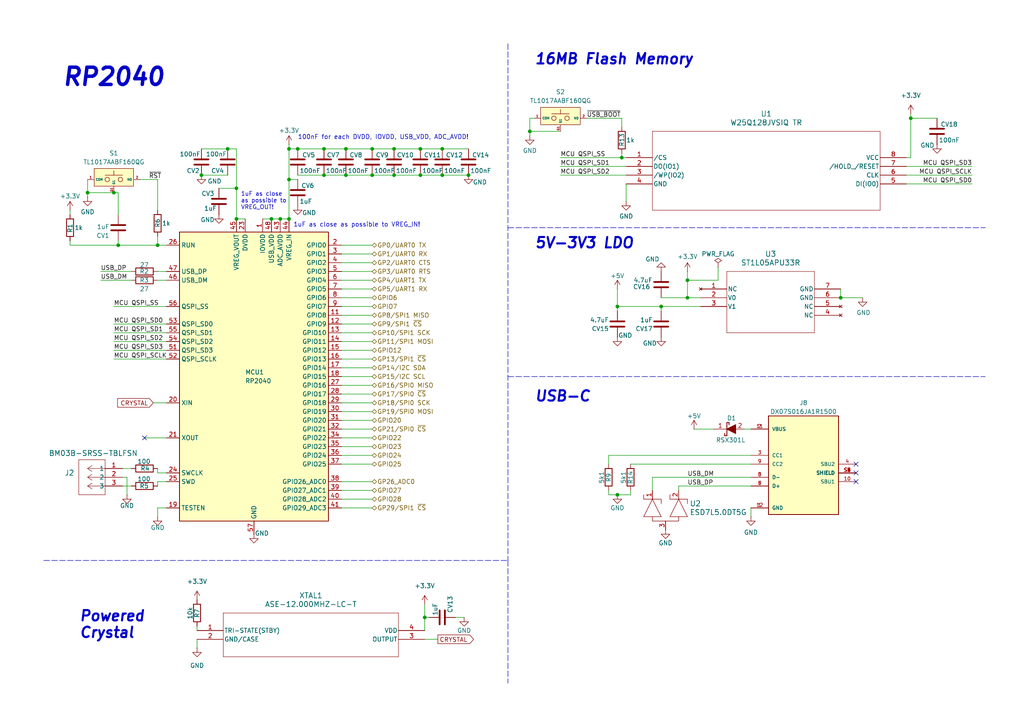
<source format=kicad_sch>
(kicad_sch (version 20231120) (generator "eeschema") (generator_version "8.0")
  (paper "A4")
  (title_block (title "RP2040 Standard") (company "Porto Space Team") (comment 1 "Miguel Amorim"))
  (lib_symbols
    (symbol "16MB_Flash:W25Q128JVSIQ_TR" (pin_names (offset 0.254))
      (property "Reference" "U" (at 40.64 12.7 0))
      (property "Value" "W25Q128JVSIQ TR" (at 40.64 10.16 0))
      (symbol "W25Q128JVSIQ_TR_0_1"
        (polyline (pts (xy 7.62 -15.24) (xy 73.66 -15.24)) (stroke (width 0.127)))
        (polyline (pts (xy 7.62 7.62) (xy 7.62 -15.24)) (stroke (width 0.127)))
        (polyline (pts (xy 73.66 -15.24) (xy 73.66 7.62)) (stroke (width 0.127)))
        (polyline (pts (xy 73.66 7.62) (xy 7.62 7.62)) (stroke (width 0.127)))
        (pin input line (at 0 0 0) (length 7.62) (name "/CS") (number "1"))
        (pin bidirectional line (at 0 -2.54 0) (length 7.62) (name "DO(IO1)") (number "2"))
        (pin bidirectional line (at 0 -5.08 0) (length 7.62) (name "/WP(IO2)") (number "3"))
        (pin passive line (at 0 -7.62 0) (length 7.62) (name "GND") (number "4"))
        (pin bidirectional line (at 81.28 -7.62 180) (length 7.62) (name "DI(IO0)") (number "5"))
        (pin input line (at 81.28 -5.08 180) (length 7.62) (name "CLK") (number "6"))
        (pin bidirectional line (at 81.28 -2.54 180) (length 7.62) (name "/HOLD_/RESET") (number "7"))
        (pin passive line (at 81.28 0 180) (length 7.62) (name "VCC") (number "8"))
      )
    )
    (symbol "AS12MHz:ASE-12.000MHZ-LC-T" (pin_names (offset 0.254))
      (property "Reference" "XTAL" (at 33.02 10.16 0))
      (property "Value" "ASE-12.000MHZ-LC-T" (at 33.02 7.62 0))
      (symbol "ASE-12.000MHZ-LC-T_0_1"
        (polyline (pts (xy 7.62 -7.62) (xy 58.42 -7.62)) (stroke (width 0.127)))
        (polyline (pts (xy 7.62 5.08) (xy 7.62 -7.62)) (stroke (width 0.127)))
        (polyline (pts (xy 58.42 -7.62) (xy 58.42 5.08)) (stroke (width 0.127)))
        (polyline (pts (xy 58.42 5.08) (xy 7.62 5.08)) (stroke (width 0.127)))
        (pin passive line (at 0 0 0) (length 7.62) (name "TRI-STATE(STBY)") (number "1"))
        (pin passive line (at 0 -2.54 0) (length 7.62) (name "GND/CASE") (number "2"))
        (pin output line (at 66.04 -2.54 180) (length 7.62) (name "OUTPUT") (number "3"))
        (pin power_in line (at 66.04 0 180) (length 7.62) (name "VDD") (number "4"))
      )
    )
    (symbol "DX07S016JA1R1500:DX07S016JA1R1500" (pin_names (offset 1.016))
      (property "Reference" "J" (at -9.906 16.002 0))
      (property "Value" "DX07S016JA1R1500" (at -10.16 -14.732 0))
      (symbol "DX07S016JA1R1500_0_0"
        (rectangle (start -10.16 15.24) (end 10.16 -13.335) (stroke (width 0.254)) (fill (type background)))
        (pin power_in line (at -15.24 -11.43 0) (length 5.08) (name "GND") (number "1"))
        (pin passive line (at 15.24 -3.81 180) (length 5.08) (name "SBU1") (number "10"))
        (pin passive line (at -15.24 11.43 0) (length 5.08) (name "VBUS") (number "11"))
        (pin power_in line (at -15.24 -11.43 0) (length 5.08) (name "GND") (number "12"))
        (pin passive line (at -15.24 11.43 0) (length 5.08) (name "VBUS") (number "2"))
        (pin passive line (at -15.24 3.81 0) (length 5.08) (name "CC1") (number "3"))
        (pin passive line (at 15.24 1.27 180) (length 5.08) (name "SBU2") (number "4"))
        (pin passive line (at -15.24 -2.54 0) (length 5.08) (name "D-") (number "5"))
        (pin passive line (at -15.24 -5.08 0) (length 5.08) (name "D+") (number "6"))
        (pin passive line (at -15.24 -5.08 0) (length 5.08) (name "D+") (number "7"))
        (pin passive line (at -15.24 -2.54 0) (length 5.08) (name "D-") (number "8"))
        (pin passive line (at -15.24 1.27 0) (length 5.08) (name "CC2") (number "9"))
        (pin passive line (at 15.24 -1.27 180) (length 5.08) (name "SHIELD") (number "S1"))
        (pin passive line (at 15.24 -1.27 180) (length 5.08) (name "SHIELD") (number "S2"))
        (pin passive line (at 15.24 -1.27 180) (length 5.08) (name "SHIELD") (number "S3"))
        (pin passive line (at 15.24 -1.27 180) (length 5.08) (name "SHIELD") (number "S4"))
        (pin passive line (at 15.24 -1.27 180) (length 5.08) (name "SHIELD") (number "S5"))
        (pin passive line (at 15.24 -1.27 180) (length 5.08) (name "SHIELD") (number "S6"))
      )
    )
    (symbol "Device:C" (pin_numbers hide) (pin_names (offset 0.254))
      (property "Reference" "C" (at 0.635 2.54 0))
      (property "Value" "C" (at 0.635 -2.54 0))
      (symbol "C_0_1"
        (polyline (pts (xy -2.032 -0.762) (xy 2.032 -0.762)) (stroke (width 0.508)))
        (polyline (pts (xy -2.032 0.762) (xy 2.032 0.762)) (stroke (width 0.508)))
      )
      (symbol "C_1_1"
        (pin passive line (at 0 3.81 270) (length 2.794) (name "~") (number "1"))
        (pin passive line (at 0 -3.81 90) (length 2.794) (name "~") (number "2"))
      )
    )
    (symbol "Device:R" (pin_numbers hide) (pin_names (offset 0))
      (property "Reference" "R" (at 2.032 0 90))
      (property "Value" "R" (at 0 0 90))
      (symbol "R_0_1"
        (rectangle (start -1.016 -2.54) (end 1.016 2.54) (stroke (width 0.254)))
      )
      (symbol "R_1_1"
        (pin passive line (at 0 3.81 270) (length 1.27) (name "~") (number "1"))
        (pin passive line (at 0 -3.81 90) (length 1.27) (name "~") (number "2"))
      )
    )
    (symbol "ESD7L5_Diode:ESD7L5.0DT5G" (pin_names (offset 0.254))
      (property "Reference" "U" (at 6.35 15.24 0))
      (property "Value" "ESD7L5.0DT5G" (at 6.35 12.7 0))
      (symbol "ESD7L5.0DT5G_1_1"
        (polyline (pts (xy 2.54 8.89) (xy 0 8.89) (xy 0 10.16)))
        (polyline (pts (xy 2.54 8.89) (xy 5.08 8.89) (xy 5.08 7.62)))
        (polyline (pts (xy 10.16 8.89) (xy 7.62 8.89) (xy 7.62 10.16)))
        (polyline (pts (xy 10.16 8.89) (xy 12.7 8.89) (xy 12.7 7.62)))
        (polyline (pts (xy 2.54 3.81) (xy 2.54 2.54) (xy 10.16 2.54) (xy 10.16 3.81)))
        (polyline (pts (xy 5.08 3.81) (xy 0 3.81) (xy 2.54 8.89) (xy 5.08 3.81)))
        (polyline (pts (xy 12.7 3.81) (xy 7.62 3.81) (xy 10.16 8.89) (xy 12.7 3.81)))
        (pin passive line (at 2.54 11.43 270) (length 2.54) (name "") (number "1"))
        (pin passive line (at 10.16 11.43 270) (length 2.54) (name "") (number "2"))
        (pin passive line (at 6.35 0 90) (length 2.54) (name "") (number "3"))
      )
    )
    (symbol "LDO_ST1L05A:ST1L05APU33R" (pin_names (offset 0.254))
      (property "Reference" "U" (at 20.32 10.16 0))
      (property "Value" "ST1L05APU33R" (at 20.32 7.62 0))
      (symbol "ST1L05APU33R_0_1"
        (polyline (pts (xy 7.62 -12.7) (xy 33.02 -12.7)) (stroke (width 0.127)))
        (polyline (pts (xy 7.62 5.08) (xy 7.62 -12.7)) (stroke (width 0.127)))
        (polyline (pts (xy 33.02 -12.7) (xy 33.02 5.08)) (stroke (width 0.127)))
        (polyline (pts (xy 33.02 5.08) (xy 7.62 5.08)) (stroke (width 0.127)))
        (pin no_connect line (at 0 0 0) (length 7.62) (name "NC") (number "1"))
        (pin passive line (at 0 -2.54 0) (length 7.62) (name "V0") (number "2"))
        (pin passive line (at 0 -5.08 0) (length 7.62) (name "V1") (number "3"))
        (pin no_connect line (at 40.64 -7.62 180) (length 7.62) (name "NC") (number "4"))
        (pin no_connect line (at 40.64 -5.08 180) (length 7.62) (name "NC") (number "5"))
        (pin passive line (at 40.64 -2.54 180) (length 7.62) (name "GND") (number "6"))
        (pin passive line (at 40.64 0 180) (length 7.62) (name "GND") (number "7"))
      )
    )
    (symbol "MCU_RaspberryPi:RP2040"
      (property "Reference" "U" (at 17.78 45.72 0))
      (property "Value" "RP2040" (at 17.78 43.18 0))
      (symbol "RP2040_0_1"
        (rectangle (start -21.59 41.91) (end 21.59 -41.91) (stroke (width 0.254)) (fill (type background)))
      )
      (symbol "RP2040_1_1"
        (pin power_in line (at 2.54 45.72 270) (length 3.81) (name "IOVDD") (number "1"))
        (pin passive line (at 2.54 45.72 270) (length 3.81) hide (name "IOVDD") (number "10"))
        (pin bidirectional line (at 25.4 17.78 180) (length 3.81) (name "GPIO8") (number "11"))
        (pin bidirectional line (at 25.4 15.24 180) (length 3.81) (name "GPIO9") (number "12"))
        (pin bidirectional line (at 25.4 12.7 180) (length 3.81) (name "GPIO10") (number "13"))
        (pin bidirectional line (at 25.4 10.16 180) (length 3.81) (name "GPIO11") (number "14"))
        (pin bidirectional line (at 25.4 7.62 180) (length 3.81) (name "GPIO12") (number "15"))
        (pin bidirectional line (at 25.4 5.08 180) (length 3.81) (name "GPIO13") (number "16"))
        (pin bidirectional line (at 25.4 2.54 180) (length 3.81) (name "GPIO14") (number "17"))
        (pin bidirectional line (at 25.4 0 180) (length 3.81) (name "GPIO15") (number "18"))
        (pin input line (at -25.4 -38.1 0) (length 3.81) (name "TESTEN") (number "19"))
        (pin bidirectional line (at 25.4 38.1 180) (length 3.81) (name "GPIO0") (number "2"))
        (pin input line (at -25.4 -7.62 0) (length 3.81) (name "XIN") (number "20"))
        (pin passive line (at -25.4 -17.78 0) (length 3.81) (name "XOUT") (number "21"))
        (pin passive line (at 2.54 45.72 270) (length 3.81) hide (name "IOVDD") (number "22"))
        (pin power_in line (at -2.54 45.72 270) (length 3.81) (name "DVDD") (number "23"))
        (pin input line (at -25.4 -27.94 0) (length 3.81) (name "SWCLK") (number "24"))
        (pin bidirectional line (at -25.4 -30.48 0) (length 3.81) (name "SWD") (number "25"))
        (pin input line (at -25.4 38.1 0) (length 3.81) (name "RUN") (number "26"))
        (pin bidirectional line (at 25.4 -2.54 180) (length 3.81) (name "GPIO16") (number "27"))
        (pin bidirectional line (at 25.4 -5.08 180) (length 3.81) (name "GPIO17") (number "28"))
        (pin bidirectional line (at 25.4 -7.62 180) (length 3.81) (name "GPIO18") (number "29"))
        (pin bidirectional line (at 25.4 35.56 180) (length 3.81) (name "GPIO1") (number "3"))
        (pin bidirectional line (at 25.4 -10.16 180) (length 3.81) (name "GPIO19") (number "30"))
        (pin bidirectional line (at 25.4 -12.7 180) (length 3.81) (name "GPIO20") (number "31"))
        (pin bidirectional line (at 25.4 -15.24 180) (length 3.81) (name "GPIO21") (number "32"))
        (pin passive line (at 2.54 45.72 270) (length 3.81) hide (name "IOVDD") (number "33"))
        (pin bidirectional line (at 25.4 -17.78 180) (length 3.81) (name "GPIO22") (number "34"))
        (pin bidirectional line (at 25.4 -20.32 180) (length 3.81) (name "GPIO23") (number "35"))
        (pin bidirectional line (at 25.4 -22.86 180) (length 3.81) (name "GPIO24") (number "36"))
        (pin bidirectional line (at 25.4 -25.4 180) (length 3.81) (name "GPIO25") (number "37"))
        (pin bidirectional line (at 25.4 -30.48 180) (length 3.81) (name "GPIO26_ADC0") (number "38"))
        (pin bidirectional line (at 25.4 -33.02 180) (length 3.81) (name "GPIO27_ADC1") (number "39"))
        (pin bidirectional line (at 25.4 33.02 180) (length 3.81) (name "GPIO2") (number "4"))
        (pin bidirectional line (at 25.4 -35.56 180) (length 3.81) (name "GPIO28_ADC2") (number "40"))
        (pin bidirectional line (at 25.4 -38.1 180) (length 3.81) (name "GPIO29_ADC3") (number "41"))
        (pin passive line (at 2.54 45.72 270) (length 3.81) hide (name "IOVDD") (number "42"))
        (pin power_in line (at 7.62 45.72 270) (length 3.81) (name "ADC_AVDD") (number "43"))
        (pin power_in line (at 10.16 45.72 270) (length 3.81) (name "VREG_IN") (number "44"))
        (pin power_out line (at -5.08 45.72 270) (length 3.81) (name "VREG_VOUT") (number "45"))
        (pin bidirectional line (at -25.4 27.94 0) (length 3.81) (name "USB_DM") (number "46"))
        (pin bidirectional line (at -25.4 30.48 0) (length 3.81) (name "USB_DP") (number "47"))
        (pin power_in line (at 5.08 45.72 270) (length 3.81) (name "USB_VDD") (number "48"))
        (pin passive line (at 2.54 45.72 270) (length 3.81) hide (name "IOVDD") (number "49"))
        (pin bidirectional line (at 25.4 30.48 180) (length 3.81) (name "GPIO3") (number "5"))
        (pin passive line (at -2.54 45.72 270) (length 3.81) hide (name "DVDD") (number "50"))
        (pin bidirectional line (at -25.4 7.62 0) (length 3.81) (name "QSPI_SD3") (number "51"))
        (pin output line (at -25.4 5.08 0) (length 3.81) (name "QSPI_SCLK") (number "52"))
        (pin bidirectional line (at -25.4 15.24 0) (length 3.81) (name "QSPI_SD0") (number "53"))
        (pin bidirectional line (at -25.4 10.16 0) (length 3.81) (name "QSPI_SD2") (number "54"))
        (pin bidirectional line (at -25.4 12.7 0) (length 3.81) (name "QSPI_SD1") (number "55"))
        (pin bidirectional line (at -25.4 20.32 0) (length 3.81) (name "QSPI_SS") (number "56"))
        (pin power_in line (at 0 -45.72 90) (length 3.81) (name "GND") (number "57"))
        (pin bidirectional line (at 25.4 27.94 180) (length 3.81) (name "GPIO4") (number "6"))
        (pin bidirectional line (at 25.4 25.4 180) (length 3.81) (name "GPIO5") (number "7"))
        (pin bidirectional line (at 25.4 22.86 180) (length 3.81) (name "GPIO6") (number "8"))
        (pin bidirectional line (at 25.4 20.32 180) (length 3.81) (name "GPIO7") (number "9"))
      )
    )
    (symbol "RSX301L-30DDTE25:RSX301L-30DDTE25" (pin_names (offset 0.635) hide)
      (property "Reference" "D" (at 1.524 6.35 0))
      (property "Value" "RSX301L-30DDTE25" (at 1.524 3.81 0))
      (symbol "RSX301L-30DDTE25_1_1"
        (polyline (pts (xy 9.525 -1.27) (xy 9.525 -1.905)) (stroke (width 0.254)))
        (polyline (pts (xy 10.16 -1.905) (xy 9.525 -1.905)) (stroke (width 0.254)))
        (polyline (pts (xy 10.16 1.905) (xy 10.16 -1.905)) (stroke (width 0.254)))
        (polyline (pts (xy 10.16 1.905) (xy 10.795 1.905)) (stroke (width 0.254)))
        (polyline (pts (xy 10.795 1.27) (xy 10.795 1.905)) (stroke (width 0.254)))
        (polyline (pts (xy 10.16 0) (xy 12.7 1.27) (xy 12.7 -1.27) (xy 10.16 0)) (stroke (width 0.254)) (fill (type outline)))
        (pin passive line (at 6.35 0 0) (length 3.81) (name "K") (number "1"))
        (pin passive line (at 15.24 0 180) (length 2.54) (name "A") (number "2"))
      )
    )
    (symbol "SWD_Con:BM03B-SRSS-TBLFSN" (pin_names (offset 0.254))
      (property "Reference" "J" (at 8.89 6.35 0))
      (property "Value" "BM03B-SRSS-TBLFSN" (at 0 0 0))
      (symbol "BM03B-SRSS-TBLFSN_1_1"
        (polyline (pts (xy 5.08 -7.62) (xy 12.7 -7.62)) (stroke (width 0.127)))
        (polyline (pts (xy 5.08 2.54) (xy 5.08 -7.62)) (stroke (width 0.127)))
        (polyline (pts (xy 10.16 -5.08) (xy 5.08 -5.08)) (stroke (width 0.127)))
        (polyline (pts (xy 10.16 -5.08) (xy 8.89 -5.9267)) (stroke (width 0.127)))
        (polyline (pts (xy 10.16 -5.08) (xy 8.89 -4.2333)) (stroke (width 0.127)))
        (polyline (pts (xy 10.16 -2.54) (xy 5.08 -2.54)) (stroke (width 0.127)))
        (polyline (pts (xy 10.16 -2.54) (xy 8.89 -3.3867)) (stroke (width 0.127)))
        (polyline (pts (xy 10.16 -2.54) (xy 8.89 -1.6933)) (stroke (width 0.127)))
        (polyline (pts (xy 10.16 0) (xy 5.08 0)) (stroke (width 0.127)))
        (polyline (pts (xy 10.16 0) (xy 8.89 -0.8467)) (stroke (width 0.127)))
        (polyline (pts (xy 10.16 0) (xy 8.89 0.8467)) (stroke (width 0.127)))
        (polyline (pts (xy 12.7 -7.62) (xy 12.7 2.54)) (stroke (width 0.127)))
        (polyline (pts (xy 12.7 2.54) (xy 5.08 2.54)) (stroke (width 0.127)))
        (pin passive line (at 0 0 0) (length 5.08) (name "1") (number "1"))
        (pin passive line (at 0 -2.54 0) (length 5.08) (name "2") (number "2"))
        (pin passive line (at 0 -5.08 0) (length 5.08) (name "3") (number "3"))
      )
      (symbol "BM03B-SRSS-TBLFSN_1_2"
        (polyline (pts (xy 5.08 -7.62) (xy 12.7 -7.62)) (stroke (width 0.127)))
        (polyline (pts (xy 5.08 2.54) (xy 5.08 -7.62)) (stroke (width 0.127)))
        (polyline (pts (xy 7.62 -5.08) (xy 5.08 -5.08)) (stroke (width 0.127)))
        (polyline (pts (xy 7.62 -5.08) (xy 8.89 -5.9267)) (stroke (width 0.127)))
        (polyline (pts (xy 7.62 -5.08) (xy 8.89 -4.2333)) (stroke (width 0.127)))
        (polyline (pts (xy 7.62 -2.54) (xy 5.08 -2.54)) (stroke (width 0.127)))
        (polyline (pts (xy 7.62 -2.54) (xy 8.89 -3.3867)) (stroke (width 0.127)))
        (polyline (pts (xy 7.62 -2.54) (xy 8.89 -1.6933)) (stroke (width 0.127)))
        (polyline (pts (xy 7.62 0) (xy 5.08 0)) (stroke (width 0.127)))
        (polyline (pts (xy 7.62 0) (xy 8.89 -0.8467)) (stroke (width 0.127)))
        (polyline (pts (xy 7.62 0) (xy 8.89 0.8467)) (stroke (width 0.127)))
        (polyline (pts (xy 12.7 -7.62) (xy 12.7 2.54)) (stroke (width 0.127)))
        (polyline (pts (xy 12.7 2.54) (xy 5.08 2.54)) (stroke (width 0.127)))
        (pin passive line (at 0 0 0) (length 5.08) (name "1") (number "1"))
        (pin passive line (at 0 -2.54 0) (length 5.08) (name "2") (number "2"))
        (pin passive line (at 0 -5.08 0) (length 5.08) (name "3") (number "3"))
      )
    )
    (symbol "TL1017AABF160QG:TL1017AABF160QG"
      (property "Reference" "S" (at 0.762 14.732 0))
      (property "Value" "TL1017AABF160QG" (at 0.762 12.192 0))
      (symbol "TL1017AABF160QG_0_1"
        (polyline (pts (xy 6.35 5.08) (xy 11.43 5.08)))
        (polyline (pts (xy 8.89 5.08) (xy 8.89 6.35)))
        (circle (center 6.985 3.81) (radius 0.635))
        (circle (center 10.795 3.81) (radius 0.635))
      )
      (symbol "TL1017AABF160QG_1_1"
        (rectangle (start 3.175 6.985) (end 14.605 1.905) (fill (type background)))
        (pin passive line (at 1.27 3.81 0) (length 1.778) (name "COM") (number "1"))
        (pin passive line (at 16.51 3.81 180) (length 1.778) (name "NO") (number "2"))
        (pin passive line (at 8.89 0 90) (length 1.778) (name "G1") (number "G1"))
      )
    )
    (symbol "power:+3.3V" (power) (pin_numbers hide) (pin_names (offset 0) hide)
      (property "Value" "+3.3V" (at 0 3.556 0))
      (symbol "+3.3V_0_1"
        (polyline (pts (xy -0.762 1.27) (xy 0 2.54)))
        (polyline (pts (xy 0 0) (xy 0 2.54)))
        (polyline (pts (xy 0 2.54) (xy 0.762 1.27)))
      )
      (symbol "+3.3V_1_1"
        (pin power_in line (at 0 0 90) (length 0) (name "~") (number "1"))
      )
    )
    (symbol "power:+5V" (power) (pin_numbers hide) (pin_names (offset 0) hide)
      (property "Value" "+5V" (at 0 3.556 0))
      (symbol "+5V_0_1"
        (polyline (pts (xy -0.762 1.27) (xy 0 2.54)))
        (polyline (pts (xy 0 0) (xy 0 2.54)))
        (polyline (pts (xy 0 2.54) (xy 0.762 1.27)))
      )
      (symbol "+5V_1_1"
        (pin power_in line (at 0 0 90) (length 0) (name "~") (number "1"))
      )
    )
    (symbol "power:GND" (power) (pin_numbers hide) (pin_names (offset 0) hide)
      (property "Value" "GND" (at 0 -3.81 0))
      (symbol "GND_0_1"
        (polyline (pts (xy 0 0) (xy 0 -1.27) (xy 1.27 -1.27) (xy 0 -2.54) (xy -1.27 -1.27) (xy 0 -1.27)))
      )
      (symbol "GND_1_1"
        (pin power_in line (at 0 0 270) (length 0) (name "~") (number "1"))
      )
    )
    (symbol "power:PWR_FLAG" (power) (pin_numbers hide) (pin_names (offset 0) hide)
      (property "Value" "PWR_FLAG" (at 0 3.81 0))
      (symbol "PWR_FLAG_0_0"
        (pin power_out line (at 0 0 90) (length 0) (name "~") (number "1"))
      )
      (symbol "PWR_FLAG_0_1"
        (polyline (pts (xy 0 0) (xy 0 1.27) (xy -1.016 1.905) (xy 0 2.54) (xy 1.016 1.905) (xy 0 1.27)))
      )
    )
  )
  (junction (at 34.29 71.12))
  (junction (at 107.95 50.8))
  (junction (at 123.19 179.07))
  (junction (at 78.74 63.5))
  (junction (at 114.3 50.8))
  (junction (at 135.89 50.8))
  (junction (at 100.33 43.18))
  (junction (at 58.42 50.8))
  (junction (at 81.28 63.5))
  (junction (at 107.95 43.18))
  (junction (at 93.98 50.8))
  (junction (at 93.98 43.18))
  (junction (at 66.04 43.18))
  (junction (at 121.92 43.18))
  (junction (at 153.67 38.1))
  (junction (at 128.27 50.8))
  (junction (at 33.02 55.88))
  (junction (at 243.84 86.36))
  (junction (at 121.92 50.8))
  (junction (at 180.34 45.72))
  (junction (at 100.33 50.8))
  (junction (at 264.16 34.29))
  (junction (at 83.82 43.18))
  (junction (at 199.39 86.36))
  (junction (at 83.82 63.5))
  (junction (at 191.77 88.9))
  (junction (at 179.07 143.51))
  (junction (at 199.39 81.28))
  (junction (at 68.58 54.61))
  (junction (at 128.27 43.18))
  (junction (at 68.58 63.5))
  (junction (at 45.72 71.12))
  (junction (at 86.36 43.18))
  (junction (at 179.07 88.9))
  (junction (at 114.3 43.18))
  (junction (at 25.4 55.88))
  (junction (at 83.82 52.07))
  (no_connect (at 248.285 137.16))
  (no_connect (at 248.285 139.7))
  (no_connect (at 41.91 127))
  (no_connect (at 248.285 134.62))
  (wire (pts (xy 99.06 119.38) (xy 107.95 119.38)))
  (wire (pts (xy 93.98 43.18) (xy 86.36 43.18)))
  (wire (pts (xy 33.02 88.9) (xy 48.26 88.9)))
  (wire (pts (xy 99.06 121.92) (xy 107.95 121.92)))
  (wire (pts (xy 83.82 52.07) (xy 83.82 63.5)))
  (wire (pts (xy 33.02 93.98) (xy 48.26 93.98)))
  (polyline (pts (xy 147.32 12.7) (xy 147.32 162.56)) (stroke (width 0) (type dash)))
  (wire (pts (xy 45.72 139.7) (xy 48.26 139.7)))
  (wire (pts (xy 99.06 139.7) (xy 107.95 139.7)))
  (wire (pts (xy 107.95 50.8) (xy 114.3 50.8)))
  (wire (pts (xy 68.58 54.61) (xy 68.58 43.18)))
  (wire (pts (xy 181.61 48.26) (xy 162.56 48.26)))
  (wire (pts (xy 45.72 68.58) (xy 45.72 71.12)))
  (wire (pts (xy 180.34 36.83) (xy 180.34 34.29)))
  (wire (pts (xy 123.19 179.07) (xy 124.46 179.07)))
  (wire (pts (xy 99.06 106.68) (xy 107.95 106.68)))
  (wire (pts (xy 29.21 81.28) (xy 38.1 81.28)))
  (wire (pts (xy 78.74 63.5) (xy 81.28 63.5)))
  (wire (pts (xy 99.06 134.62) (xy 107.95 134.62)))
  (wire (pts (xy 36.83 138.43) (xy 36.83 143.51)))
  (wire (pts (xy 83.82 52.07) (xy 86.36 52.07)))
  (wire (pts (xy 121.92 43.18) (xy 114.3 43.18)))
  (wire (pts (xy 264.16 34.29) (xy 271.78 34.29)))
  (wire (pts (xy 99.06 127) (xy 107.95 127)))
  (wire (pts (xy 179.07 143.51) (xy 176.53 143.51)))
  (wire (pts (xy 34.29 55.88) (xy 34.29 62.23)))
  (wire (pts (xy 153.67 34.29) (xy 153.67 38.1)))
  (polyline (pts (xy 12.7 162.56) (xy 147.32 162.56)) (stroke (width 0) (type dash)))
  (wire (pts (xy 33.02 55.88) (xy 25.4 55.88)))
  (wire (pts (xy 189.23 138.43) (xy 217.805 138.43)))
  (wire (pts (xy 153.67 38.1) (xy 153.67 39.37)))
  (wire (pts (xy 83.82 43.18) (xy 83.82 52.07)))
  (wire (pts (xy 25.4 55.88) (xy 25.4 57.15)))
  (wire (pts (xy 199.39 81.28) (xy 199.39 86.36)))
  (wire (pts (xy 99.06 88.9) (xy 107.95 88.9)))
  (wire (pts (xy 201.295 124.46) (xy 207.01 124.46)))
  (wire (pts (xy 100.33 50.8) (xy 107.95 50.8)))
  (wire (pts (xy 176.53 132.08) (xy 217.805 132.08)))
  (wire (pts (xy 99.06 109.22) (xy 107.95 109.22)))
  (wire (pts (xy 208.28 81.28) (xy 208.28 77.47)))
  (wire (pts (xy 99.06 73.66) (xy 107.95 73.66)))
  (wire (pts (xy 99.06 78.74) (xy 107.95 78.74)))
  (wire (pts (xy 264.16 45.72) (xy 264.16 34.29)))
  (wire (pts (xy 57.15 181.61) (xy 57.15 182.88)))
  (wire (pts (xy 34.29 71.12) (xy 34.29 69.85)))
  (wire (pts (xy 35.56 138.43) (xy 36.83 138.43)))
  (wire (pts (xy 20.32 71.12) (xy 20.32 69.85)))
  (wire (pts (xy 199.39 81.28) (xy 208.28 81.28)))
  (wire (pts (xy 123.19 179.07) (xy 123.19 182.88)))
  (wire (pts (xy 58.42 50.8) (xy 66.04 50.8)))
  (wire (pts (xy 35.56 140.97) (xy 38.1 140.97)))
  (wire (pts (xy 99.06 99.06) (xy 107.95 99.06)))
  (wire (pts (xy 35.56 135.89) (xy 38.1 135.89)))
  (wire (pts (xy 99.06 76.2) (xy 107.95 76.2)))
  (wire (pts (xy 99.06 71.12) (xy 107.95 71.12)))
  (wire (pts (xy 99.06 132.08) (xy 107.95 132.08)))
  (wire (pts (xy 181.61 50.8) (xy 162.56 50.8)))
  (wire (pts (xy 128.27 43.18) (xy 135.89 43.18)))
  (wire (pts (xy 99.06 101.6) (xy 107.95 101.6)))
  (wire (pts (xy 243.84 83.82) (xy 243.84 86.36)))
  (wire (pts (xy 196.85 140.97) (xy 217.805 140.97)))
  (wire (pts (xy 191.77 88.9) (xy 203.2 88.9)))
  (wire (pts (xy 99.06 116.84) (xy 107.95 116.84)))
  (wire (pts (xy 199.39 78.74) (xy 199.39 81.28)))
  (wire (pts (xy 58.42 43.18) (xy 66.04 43.18)))
  (wire (pts (xy 180.34 45.72) (xy 181.61 45.72)))
  (wire (pts (xy 182.88 142.24) (xy 182.88 143.51)))
  (wire (pts (xy 68.58 54.61) (xy 68.58 63.5)))
  (wire (pts (xy 189.23 138.43) (xy 189.23 142.24)))
  (wire (pts (xy 20.32 60.96) (xy 20.32 62.23)))
  (wire (pts (xy 262.89 45.72) (xy 264.16 45.72)))
  (wire (pts (xy 45.72 147.32) (xy 48.26 147.32)))
  (wire (pts (xy 180.34 44.45) (xy 180.34 45.72)))
  (wire (pts (xy 199.39 86.36) (xy 203.2 86.36)))
  (wire (pts (xy 154.94 34.29) (xy 153.67 34.29)))
  (wire (pts (xy 29.21 78.74) (xy 38.1 78.74)))
  (wire (pts (xy 93.98 50.8) (xy 100.33 50.8)))
  (wire (pts (xy 114.3 43.18) (xy 107.95 43.18)))
  (wire (pts (xy 44.45 116.84) (xy 48.26 116.84)))
  (wire (pts (xy 196.85 140.97) (xy 196.85 142.24)))
  (wire (pts (xy 262.89 53.34) (xy 281.94 53.34)))
  (wire (pts (xy 99.06 104.14) (xy 107.95 104.14)))
  (wire (pts (xy 45.72 81.28) (xy 48.26 81.28)))
  (wire (pts (xy 83.82 41.91) (xy 83.82 43.18)))
  (wire (pts (xy 182.88 143.51) (xy 179.07 143.51)))
  (polyline (pts (xy 147.32 162.56) (xy 147.32 198.12)) (stroke (width 0) (type dash)))
  (wire (pts (xy 99.06 114.3) (xy 107.95 114.3)))
  (wire (pts (xy 176.53 143.51) (xy 176.53 142.24)))
  (wire (pts (xy 180.34 34.29) (xy 170.18 34.29)))
  (wire (pts (xy 45.72 140.97) (xy 45.72 139.7)))
  (wire (pts (xy 99.06 91.44) (xy 107.95 91.44)))
  (wire (pts (xy 121.92 50.8) (xy 128.27 50.8)))
  (wire (pts (xy 179.07 88.9) (xy 179.07 90.17)))
  (wire (pts (xy 45.72 137.16) (xy 45.72 135.89)))
  (wire (pts (xy 191.77 86.36) (xy 199.39 86.36)))
  (wire (pts (xy 176.53 134.62) (xy 176.53 132.08)))
  (wire (pts (xy 99.06 124.46) (xy 107.95 124.46)))
  (wire (pts (xy 45.72 149.86) (xy 45.72 147.32)))
  (wire (pts (xy 41.91 127) (xy 48.26 127)))
  (wire (pts (xy 153.67 38.1) (xy 162.56 38.1)))
  (wire (pts (xy 33.02 104.14) (xy 48.26 104.14)))
  (wire (pts (xy 99.06 93.98) (xy 107.95 93.98)))
  (wire (pts (xy 181.61 53.34) (xy 181.61 58.42)))
  (wire (pts (xy 45.72 78.74) (xy 48.26 78.74)))
  (wire (pts (xy 99.06 142.24) (xy 107.95 142.24)))
  (wire (pts (xy 63.5 54.61) (xy 68.58 54.61)))
  (wire (pts (xy 99.06 96.52) (xy 107.95 96.52)))
  (wire (pts (xy 33.02 96.52) (xy 48.26 96.52)))
  (wire (pts (xy 107.95 43.18) (xy 100.33 43.18)))
  (wire (pts (xy 86.36 50.8) (xy 93.98 50.8)))
  (wire (pts (xy 99.06 111.76) (xy 107.95 111.76)))
  (wire (pts (xy 264.16 34.29) (xy 264.16 33.02)))
  (polyline (pts (xy 147.32 109.22) (xy 285.75 109.22)) (stroke (width 0) (type dash)))
  (wire (pts (xy 34.29 71.12) (xy 45.72 71.12)))
  (wire (pts (xy 262.89 50.8) (xy 281.94 50.8)))
  (wire (pts (xy 217.805 149.86) (xy 217.805 147.32)))
  (wire (pts (xy 99.06 144.78) (xy 107.95 144.78)))
  (wire (pts (xy 132.08 179.07) (xy 134.62 179.07)))
  (wire (pts (xy 45.72 137.16) (xy 48.26 137.16)))
  (wire (pts (xy 45.72 52.07) (xy 45.72 60.96)))
  (wire (pts (xy 81.28 63.5) (xy 83.82 63.5)))
  (wire (pts (xy 215.9 124.46) (xy 217.805 124.46)))
  (wire (pts (xy 128.27 43.18) (xy 121.92 43.18)))
  (wire (pts (xy 179.07 88.9) (xy 191.77 88.9)))
  (wire (pts (xy 33.02 101.6) (xy 48.26 101.6)))
  (wire (pts (xy 191.77 90.17) (xy 191.77 88.9)))
  (wire (pts (xy 162.56 45.72) (xy 180.34 45.72)))
  (wire (pts (xy 99.06 81.28) (xy 107.95 81.28)))
  (wire (pts (xy 45.72 71.12) (xy 48.26 71.12)))
  (wire (pts (xy 86.36 43.18) (xy 83.82 43.18)))
  (polyline (pts (xy 147.32 66.04) (xy 285.75 66.04)) (stroke (width 0) (type dash)))
  (wire (pts (xy 123.19 185.42) (xy 127 185.42)))
  (wire (pts (xy 262.89 48.26) (xy 281.94 48.26)))
  (wire (pts (xy 25.4 52.07) (xy 25.4 55.88)))
  (wire (pts (xy 99.06 86.36) (xy 107.95 86.36)))
  (wire (pts (xy 40.64 52.07) (xy 45.72 52.07)))
  (wire (pts (xy 100.33 43.18) (xy 93.98 43.18)))
  (wire (pts (xy 217.805 134.62) (xy 182.88 134.62)))
  (wire (pts (xy 99.06 129.54) (xy 107.95 129.54)))
  (wire (pts (xy 99.06 147.32) (xy 107.95 147.32)))
  (wire (pts (xy 57.15 185.42) (xy 57.15 187.96)))
  (wire (pts (xy 243.84 86.36) (xy 250.19 86.36)))
  (wire (pts (xy 34.29 71.12) (xy 20.32 71.12)))
  (wire (pts (xy 99.06 83.82) (xy 107.95 83.82)))
  (wire (pts (xy 68.58 63.5) (xy 71.12 63.5)))
  (wire (pts (xy 114.3 50.8) (xy 121.92 50.8)))
  (wire (pts (xy 34.29 55.88) (xy 33.02 55.88)))
  (wire (pts (xy 33.02 99.06) (xy 48.26 99.06)))
  (wire (pts (xy 76.2 63.5) (xy 78.74 63.5)))
  (wire (pts (xy 128.27 50.8) (xy 135.89 50.8)))
  (wire (pts (xy 179.07 83.82) (xy 179.07 88.9)))
  (wire (pts (xy 123.19 175.26) (xy 123.19 179.07)))
  (wire (pts (xy 68.58 43.18) (xy 66.04 43.18)))
  (text "1uF as close \nas possible to \nVREG_OUT!" (at 69.85 60.96 0) (effects (font (size 1.2 1.2)) (justify left bottom)))
  (text "Powered\nCrystal" (at 22.86 185.42 0) (effects (font (size 3 3) (bold yes) (italic yes)) (justify left bottom)))
  (text "RP2040" (at 17.78 25.4 0) (effects (font (size 5 5) (thickness 1) (bold yes) (italic yes)) (justify left bottom)))
  (text "5V-3V3 LDO" (at 154.94 72.39 0) (effects (font (size 3 3) (bold yes) (italic yes)) (justify left bottom)))
  (text "16MB Flash Memory" (at 154.94 19.05 0) (effects (font (size 3 3) (bold yes) (italic yes)) (justify left bottom)))
  (text "1uF as close as possible to VREG_IN!" (at 85.09 66.04 0) (effects (font (size 1.27 1.27)) (justify left bottom)))
  (text "USB-C" (at 154.94 116.84 0) (effects (font (size 3 3) (bold yes) (italic yes)) (justify left bottom)))
  (text "100nF for each DVDD, IOVDD, USB_VDD, ADC_AVDD!" (at 86.36 40.64 0) (effects (font (size 1.27 1.27)) (justify left bottom)))
  (label "MCU QSPI_SD0" (at 281.94 53.34 180))
  (label "MCU QSPI_SD1" (at 162.56 48.26 0))
  (label "USB_DM" (at 199.39 138.43 0))
  (label "MCU QSPI_SS" (at 162.56 45.72 0))
  (label "MCU QSPI_SD2" (at 162.56 50.8 0))
  (label "MCU QSPI_SS" (at 33.02 88.9 0))
  (label "~{USB_BOOT}" (at 170.18 34.29 0))
  (label "MCU QSPI_SD3" (at 33.02 101.6 0))
  (label "MCU QSPI_SD3" (at 281.94 48.26 180))
  (label "USB_DP" (at 29.21 78.74 0))
  (label "USB_DP" (at 199.39 140.97 0))
  (label "MCU QSPI_SCLK" (at 33.02 104.14 0))
  (label "~{RST}" (at 43.18 52.07 0))
  (label "MCU QSPI_SD1" (at 33.02 96.52 0))
  (label "MCU QSPI_SD2" (at 33.02 99.06 0))
  (label "MCU QSPI_SD0" (at 33.02 93.98 0))
  (label "MCU QSPI_SCLK" (at 281.94 50.8 180))
  (label "USB_DM" (at 29.21 81.28 0))
  (global_label "CRYSTAL" (shape output) (at 127 185.42 0) (property "Intersheetrefs" "${INTERSHEET_REFS}" (effects (hide yes))))
  (global_label "CRYSTAL" (shape input) (at 44.45 116.84 180) (property "Intersheetrefs" "${INTERSHEET_REFS}" (effects (hide yes))))
  (hierarchical_label "GP10{slash}SPI1 SCK" (shape bidirectional) (at 107.95 96.52 0))
  (hierarchical_label "GPIO28" (shape bidirectional) (at 107.95 144.78 0))
  (hierarchical_label "GP14{slash}I2C SDA" (shape bidirectional) (at 107.95 106.68 0))
  (hierarchical_label "GP3{slash}UART0 RTS" (shape bidirectional) (at 107.95 78.74 0))
  (hierarchical_label "GP18{slash}SPI0 SCK" (shape bidirectional) (at 107.95 116.84 0))
  (hierarchical_label "GP29{slash}SPI1 ~{CS}" (shape bidirectional) (at 107.95 147.32 0))
  (hierarchical_label "GP1{slash}UART0 RX" (shape bidirectional) (at 107.95 73.66 0))
  (hierarchical_label "GP21{slash}SPI0 ~{CS}" (shape bidirectional) (at 107.95 124.46 0))
  (hierarchical_label "GP15{slash}I2C SCL" (shape bidirectional) (at 107.95 109.22 0))
  (hierarchical_label "GPIO25" (shape bidirectional) (at 107.95 134.62 0))
  (hierarchical_label "GPIO22" (shape bidirectional) (at 107.95 127 0))
  (hierarchical_label "GP19{slash}SPI0 MOSI" (shape bidirectional) (at 107.95 119.38 0))
  (hierarchical_label "GP17{slash}SPI0 ~{CS}" (shape bidirectional) (at 107.95 114.3 0))
  (hierarchical_label "GP4{slash}UART1 TX" (shape bidirectional) (at 107.95 81.28 0))
  (hierarchical_label "GP5{slash}UART1 RX" (shape bidirectional) (at 107.95 83.82 0))
  (hierarchical_label "GPIO7" (shape bidirectional) (at 107.95 88.9 0))
  (hierarchical_label "GPIO6" (shape bidirectional) (at 107.95 86.36 0))
  (hierarchical_label "GPIO20" (shape bidirectional) (at 107.95 121.92 0))
  (hierarchical_label "GP9{slash}SPI1 ~{CS}" (shape bidirectional) (at 107.95 93.98 0))
  (hierarchical_label "GP26_ADC0" (shape bidirectional) (at 107.95 139.7 0))
  (hierarchical_label "GP2{slash}UART0 CTS" (shape bidirectional) (at 107.95 76.2 0))
  (hierarchical_label "GP8{slash}SPI1 MISO" (shape bidirectional) (at 107.95 91.44 0))
  (hierarchical_label "GP0{slash}UART0 TX" (shape bidirectional) (at 107.95 71.12 0))
  (hierarchical_label "GP13{slash}SPI1 ~{CS}" (shape bidirectional) (at 107.95 104.14 0))
  (hierarchical_label "GP11{slash}SPI1 MOSI" (shape bidirectional) (at 107.95 99.06 0))
  (hierarchical_label "GPIO23" (shape bidirectional) (at 107.95 129.54 0))
  (hierarchical_label "GPIO12" (shape bidirectional) (at 107.95 101.6 0))
  (hierarchical_label "GPIO27" (shape bidirectional) (at 107.95 142.24 0))
  (hierarchical_label "GPIO24" (shape bidirectional) (at 107.95 132.08 0))
  (hierarchical_label "GP16{slash}SPI0 MISO" (shape bidirectional) (at 107.95 111.76 0))
  (symbol (lib_id "AS12MHz:ASE-12.000MHZ-LC-T") (at 57.15 182.88 0) (unit 1)
    (property "Reference" "XTAL1" (at 90.17 172.72 0) (effects (font (size 1.524 1.524))))
    (property "Value" "ASE-12.000MHZ-LC-T" (at 90.17 175.26 0) (effects (font (size 1.524 1.524))))
    (property "Footprint" "AS12MHz:ASE-3.2X2.5_ABR" (effects (hide yes)))
    (property "Datasheet" "ASE-12.000MHZ-LC-T" (effects (hide yes)))
  )
  (symbol (lib_id "power:GND") (at 191.77 78.74 0) (mirror x) (unit 1)
    (property "Reference" "#PWR022" (effects (hide yes)))
    (property "Value" "GND" (at 189.23 75.184 0))
    (property "Description" "Power symbol creates a global label with name \"GND\" , ground" (effects (hide yes)))
  )
  (symbol (lib_id "ESD7L5_Diode:ESD7L5.0DT5G") (at 186.69 153.67 0) (unit 1)
    (property "Reference" "U2" (at 200.025 146.0499 0) (effects (font (size 1.524 1.524)) (justify left)))
    (property "Value" "ESD7L5.0DT5G" (at 200.025 148.5899 0) (effects (font (size 1.524 1.524)) (justify left)))
    (property "Footprint" "ESD7L5-Diode:SOT-723_0P85X1P25_ONS" (effects (hide yes)))
    (property "Datasheet" "ESD7L5.0DT5G" (effects (hide yes)))
  )
  (symbol (lib_id "SWD_Con:BM03B-SRSS-TBLFSN") (at 35.56 135.89 0) (mirror y) (unit 1)
    (property "Reference" "J2" (at 21.59 137.1599 0) (effects (font (size 1.524 1.524)) (justify left)))
    (property "Value" "BM03B-SRSS-TBLFSN" (at 40.005 131.445 0) (effects (font (size 1.524 1.524)) (justify left)))
    (property "Footprint" "SWD_Con:CONN_BM03B-SRSS-TBLFSN_JST" (effects (hide yes)))
    (property "Datasheet" "BM03B-SRSS-TBLFSN" (effects (hide yes)))
  )
  (symbol (lib_id "Device:R") (at 180.34 40.64 0) (unit 1)
    (property "Reference" "R13" (at 180.34 42.545 90) (effects (justify left)))
    (property "Value" "1k" (at 181.61 40.64 0) (effects (justify left)))
    (property "Footprint" "Resistor-0402:RES_0402" (effects (hide yes)))
    (property "Description" "Resistor" (effects (hide yes)))
  )
  (symbol (lib_id "Device:R") (at 41.91 135.89 90) (mirror x) (unit 1)
    (property "Reference" "R4" (at 43.434 135.89 90) (effects (justify left)))
    (property "Value" "100" (at 43.688 133.858 90) (effects (justify left)))
    (property "Footprint" "Resistor-0402:RES_0402" (effects (hide yes)))
    (property "Description" "Resistor" (effects (hide yes)))
  )
  (symbol (lib_id "power:GND") (at 134.62 179.07 0) (unit 1)
    (property "Reference" "#PWR016" (effects (hide yes)))
    (property "Value" "GND" (at 134.62 182.88 0))
    (property "Description" "Power symbol creates a global label with name \"GND\" , ground" (effects (hide yes)))
  )
  (symbol (lib_id "Device:C") (at 63.5 58.42 0) (unit 1)
    (property "Reference" "CV3" (at 58.42 56.134 0) (effects (justify left)))
    (property "Value" "1uF" (at 59.182 60.452 0) (effects (justify left)))
    (property "Footprint" "Capacitor-0402:Capacitor_0402" (effects (hide yes)))
    (property "Description" "Unpolarized capacitor" (effects (hide yes)))
  )
  (symbol (lib_id "Device:C") (at 66.04 46.99 180) (unit 1)
    (property "Reference" "CV4" (at 65.024 49.53 0) (effects (justify left)))
    (property "Value" "100nF" (at 65.786 44.704 0) (effects (justify left)))
    (property "Footprint" "Capacitor-0402:Capacitor_0402" (effects (hide yes)))
    (property "Description" "Unpolarized capacitor" (effects (hide yes)))
  )
  (symbol (lib_id "MCU_RaspberryPi:RP2040") (at 73.66 109.22 0) (unit 1)
    (property "Reference" "MCU1" (at 71.12 107.95 0) (effects (justify left)))
    (property "Value" "RP2040" (at 71.12 110.49 0) (effects (justify left)))
    (property "Footprint" "Package_DFN_QFN:QFN-56-1EP_7x7mm_P0.4mm_EP3.2x3.2mm" (effects (hide yes)))
    (property "Datasheet" "https://datasheets.raspberrypi.com/rp2040/rp2040-datasheet.pdf" (effects (hide yes)))
    (property "Description" "A microcontroller by Raspberry Pi" (effects (hide yes)))
  )
  (symbol (lib_id "power:PWR_FLAG") (at 208.28 77.47 0) (unit 1)
    (property "Reference" "#FLG02" (effects (hide yes)))
    (property "Value" "PWR_FLAG" (at 208.28 73.66 0))
    (property "Description" "Special symbol for telling ERC where power comes from" (effects (hide yes)))
  )
  (symbol (lib_id "Device:C") (at 128.27 179.07 90) (unit 1)
    (property "Reference" "CV13" (at 130.556 177.8 0) (effects (justify left)))
    (property "Value" "1uF" (at 126.238 178.562 0) (effects (justify left)))
    (property "Footprint" "Capacitor-0402:Capacitor_0402" (effects (hide yes)))
    (property "Description" "Unpolarized capacitor" (effects (hide yes)))
  )
  (symbol (lib_id "power:+3.3V") (at 83.82 41.91 0) (unit 1)
    (property "Reference" "#PWR012" (effects (hide yes)))
    (property "Value" "+3.3V" (at 83.82 37.846 0))
    (property "Description" "Power symbol creates a global label with name \"+3.3V\"" (effects (hide yes)))
  )
  (symbol (lib_id "TL1017AABF160QG:TL1017AABF160QG") (at 153.67 38.1 0) (unit 1)
    (property "Reference" "S2" (at 162.56 26.67 0))
    (property "Value" "TL1017AABF160QG" (at 162.56 29.21 0))
    (property "Footprint" "E-Switch_Small:TL1017AABF160QG" (effects (hide yes)))
    (property "Datasheet" "https://configured-product-images.s3.amazonaws.com/2D/specs/TL1017AABF160QG.pdf" (effects (hide yes)))
    (property "Description" "TACT, Surface Mount" (effects (hide yes)))
    (property "Height" "1.7" (effects (hide yes)))
    (property "Mouser Part Number" "612-TL1017AABF160QG" (effects (hide yes)))
    (property "Mouser Price/Stock" "https://www.mouser.co.uk/ProductDetail/E-Switch/TL1017AABF160QG?qs=9vOqFld9vZWEDSBQD0ZM5A%3D%3D" (effects (hide yes)))
    (property "Manufacturer_Name" "E-Switch" (effects (hide yes)))
    (property "Manufacturer_Part_Number" "TL1017AABF160QG" (effects (hide yes)))
  )
  (symbol (lib_id "power:+3.3V") (at 57.15 173.99 0) (unit 1)
    (property "Reference" "#PWR07" (effects (hide yes)))
    (property "Value" "+3.3V" (at 57.15 168.656 0))
    (property "Description" "Power symbol creates a global label with name \"+3.3V\"" (effects (hide yes)))
  )
  (symbol (lib_id "Device:C") (at 34.29 66.04 180) (unit 1)
    (property "Reference" "CV1" (at 31.75 68.326 0) (effects (justify left)))
    (property "Value" "1uF" (at 31.75 65.786 0) (effects (justify left)))
    (property "Footprint" "Capacitor-0402:Capacitor_0402" (effects (hide yes)))
    (property "Description" "Unpolarized capacitor" (effects (hide yes)))
  )
  (symbol (lib_id "power:GND") (at 191.77 97.79 0) (unit 1)
    (property "Reference" "#PWR023" (effects (hide yes)))
    (property "Value" "GND" (at 188.468 99.568 0))
    (property "Description" "Power symbol creates a global label with name \"GND\" , ground" (effects (hide yes)))
  )
  (symbol (lib_id "power:GND") (at 58.42 50.8 0) (unit 1)
    (property "Reference" "#PWR09" (effects (hide yes)))
    (property "Value" "GND" (at 62.23 52.578 0))
    (property "Description" "Power symbol creates a global label with name \"GND\" , ground" (effects (hide yes)))
  )
  (symbol (lib_id "power:+3.3V") (at 123.19 175.26 0) (unit 1)
    (property "Reference" "#PWR014" (effects (hide yes)))
    (property "Value" "+3.3V" (at 123.19 169.926 0))
    (property "Description" "Power symbol creates a global label with name \"+3.3V\"" (effects (hide yes)))
  )
  (symbol (lib_id "16MB_Flash:W25Q128JVSIQ_TR") (at 181.61 45.72 0) (unit 1)
    (property "Reference" "U1" (at 222.25 33.02 0) (effects (font (size 1.524 1.524))))
    (property "Value" "W25Q128JVSIQ TR" (at 222.25 35.56 0) (effects (font (size 1.524 1.524))))
    (property "Footprint" "NOR Flash:SOIC_208MIL_WIN" (effects (hide yes)))
    (property "Datasheet" "W25Q128JVSIQ TR" (effects (hide yes)))
  )
  (symbol (lib_id "power:GND") (at 45.72 149.86 0) (unit 1)
    (property "Reference" "#PWR06" (effects (hide yes)))
    (property "Value" "GND" (at 45.72 153.035 0))
    (property "Description" "Power symbol creates a global label with name \"GND\" , ground" (effects (hide yes)))
  )
  (symbol (lib_id "power:GND") (at 25.4 57.15 0) (unit 1)
    (property "Reference" "#PWR04" (effects (hide yes)))
    (property "Value" "GND" (at 25.4 61.468 0))
    (property "Description" "Power symbol creates a global label with name \"GND\" , ground" (effects (hide yes)))
  )
  (symbol (lib_id "power:+5V") (at 179.07 83.82 0) (unit 1)
    (property "Reference" "#PWR077" (effects (hide yes)))
    (property "Value" "+5V" (at 179.07 80.01 0))
    (property "Description" "Power symbol creates a global label with name \"+5V\"" (effects (hide yes)))
  )
  (symbol (lib_id "Device:C") (at 114.3 46.99 0) (unit 1)
    (property "Reference" "CV10" (at 115.062 44.958 0) (effects (justify left)))
    (property "Value" "100nF" (at 114.808 49.53 0) (effects (justify left)))
    (property "Footprint" "Capacitor-0402:Capacitor_0402" (effects (hide yes)))
    (property "Description" "Unpolarized capacitor" (effects (hide yes)))
  )
  (symbol (lib_id "Device:R") (at 176.53 138.43 0) (mirror x) (unit 1)
    (property "Reference" "R9" (at 176.53 137.16 90) (effects (justify left)))
    (property "Value" "5k1" (at 174.498 136.652 90) (effects (justify left)))
    (property "Footprint" "Resistor-0805:RES_0805" (effects (hide yes)))
    (property "Description" "Resistor" (effects (hide yes)))
  )
  (symbol (lib_id "Device:C") (at 179.07 93.98 180) (unit 1)
    (property "Reference" "CV15" (at 176.6062 95.3516 0) (effects (justify left)))
    (property "Value" "4.7uF" (at 176.6062 92.8116 0) (effects (justify left)))
    (property "Footprint" "Capacitor-0402:Capacitor_0402" (effects (hide yes)))
    (property "Description" "Unpolarized capacitor" (effects (hide yes)))
  )
  (symbol (lib_id "Device:C") (at 86.36 55.88 0) (unit 1)
    (property "Reference" "CV6" (at 87.376 53.848 0) (effects (justify left)))
    (property "Value" "1uF" (at 86.868 58.42 0) (effects (justify left)))
    (property "Footprint" "Capacitor-0402:Capacitor_0402" (effects (hide yes)))
    (property "Description" "Unpolarized capacitor" (effects (hide yes)))
  )
  (symbol (lib_id "power:GND") (at 271.78 41.91 0) (unit 1)
    (property "Reference" "#PWR031" (effects (hide yes)))
    (property "Value" "GND" (at 268.986 42.164 0))
    (property "Description" "Power symbol creates a global label with name \"GND\" , ground" (effects (hide yes)))
  )
  (symbol (lib_id "Device:C") (at 100.33 46.99 0) (unit 1)
    (property "Reference" "CV8" (at 101.346 44.958 0) (effects (justify left)))
    (property "Value" "100nF" (at 100.838 49.53 0) (effects (justify left)))
    (property "Footprint" "Capacitor-0402:Capacitor_0402" (effects (hide yes)))
    (property "Description" "Unpolarized capacitor" (effects (hide yes)))
  )
  (symbol (lib_id "power:GND") (at 36.83 143.51 0) (unit 1)
    (property "Reference" "#PWR05" (effects (hide yes)))
    (property "Value" "GND" (at 36.83 146.685 0))
    (property "Description" "Power symbol creates a global label with name \"GND\" , ground" (effects (hide yes)))
  )
  (symbol (lib_id "Device:C") (at 107.95 46.99 0) (unit 1)
    (property "Reference" "CV9" (at 108.966 44.958 0) (effects (justify left)))
    (property "Value" "100nF" (at 108.458 49.53 0) (effects (justify left)))
    (property "Footprint" "Capacitor-0402:Capacitor_0402" (effects (hide yes)))
    (property "Description" "Unpolarized capacitor" (effects (hide yes)))
  )
  (symbol (lib_id "power:GND") (at 181.61 58.42 0) (unit 1)
    (property "Reference" "#PWR021" (effects (hide yes)))
    (property "Value" "GND" (at 181.61 62.738 0))
    (property "Description" "Power symbol creates a global label with name \"GND\" , ground" (effects (hide yes)))
  )
  (symbol (lib_id "Device:R") (at 41.91 78.74 90) (unit 1)
    (property "Reference" "R2" (at 43.18 78.74 90) (effects (justify left)))
    (property "Value" "27" (at 43.18 76.835 90) (effects (justify left)))
    (property "Footprint" "Resistor-0603:RES_0603" (effects (hide yes)))
    (property "Description" "Resistor" (effects (hide yes)))
  )
  (symbol (lib_id "power:GND") (at 217.805 149.86 0) (mirror y) (unit 1)
    (property "Reference" "#PWR026" (effects (hide yes)))
    (property "Value" "GND" (at 217.805 154.432 0))
    (property "Description" "Power symbol creates a global label with name \"GND\" , ground" (effects (hide yes)))
  )
  (symbol (lib_id "Device:R") (at 41.91 140.97 90) (mirror x) (unit 1)
    (property "Reference" "R5" (at 43.18 140.97 90) (effects (justify left)))
    (property "Value" "100" (at 43.688 138.938 90) (effects (justify left)))
    (property "Footprint" "Resistor-0402:RES_0402" (effects (hide yes)))
    (property "Description" "Resistor" (effects (hide yes)))
  )
  (symbol (lib_id "Device:C") (at 271.78 38.1 0) (unit 1)
    (property "Reference" "CV18" (at 272.796 36.068 0) (effects (justify left)))
    (property "Value" "100nF" (at 272.288 40.64 0) (effects (justify left)))
    (property "Footprint" "Capacitor-0402:Capacitor_0402" (effects (hide yes)))
    (property "Description" "Unpolarized capacitor" (effects (hide yes)))
  )
  (symbol (lib_id "Device:C") (at 191.77 93.98 180) (unit 1)
    (property "Reference" "CV17" (at 189.3062 95.3516 0) (effects (justify left)))
    (property "Value" "1uF" (at 189.3062 92.8116 0) (effects (justify left)))
    (property "Footprint" "Capacitor-0402:Capacitor_0402" (effects (hide yes)))
    (property "Description" "Unpolarized capacitor" (effects (hide yes)))
  )
  (symbol (lib_id "power:+5V") (at 201.295 124.46 0) (unit 1)
    (property "Reference" "#PWR053" (effects (hide yes)))
    (property "Value" "+5V" (at 201.295 120.65 0))
    (property "Description" "Power symbol creates a global label with name \"+5V\"" (effects (hide yes)))
  )
  (symbol (lib_id "power:GND") (at 193.04 153.67 0) (mirror y) (unit 1)
    (property "Reference" "#PWR024" (effects (hide yes)))
    (property "Value" "GND" (at 193.04 157.48 0))
    (property "Description" "Power symbol creates a global label with name \"GND\" , ground" (effects (hide yes)))
  )
  (symbol (lib_id "Device:C") (at 93.98 46.99 0) (unit 1)
    (property "Reference" "CV7" (at 94.742 44.958 0) (effects (justify left)))
    (property "Value" "100nF" (at 94.488 49.53 0) (effects (justify left)))
    (property "Footprint" "Capacitor-0402:Capacitor_0402" (effects (hide yes)))
    (property "Description" "Unpolarized capacitor" (effects (hide yes)))
  )
  (symbol (lib_id "LDO_ST1L05A:ST1L05APU33R") (at 203.2 83.82 0) (unit 1)
    (property "Reference" "U3" (at 223.52 73.66 0) (effects (font (size 1.524 1.524))))
    (property "Value" "ST1L05APU33R" (at 223.52 76.2 0) (effects (font (size 1.524 1.524))))
    (property "Footprint" "LDO ST1L05A:DFN_5APU33R_STM" (effects (hide yes)))
    (property "Datasheet" "ST1L05APU33R" (effects (hide yes)))
  )
  (symbol (lib_id "Device:R") (at 45.72 64.77 0) (unit 1)
    (property "Reference" "R6" (at 45.72 66.04 90) (effects (justify left)))
    (property "Value" "1k" (at 46.99 64.77 0) (effects (justify left)))
    (property "Footprint" "Resistor-0402:RES_0402" (effects (hide yes)))
    (property "Description" "Resistor" (effects (hide yes)))
  )
  (symbol (lib_id "power:+3.3V") (at 20.32 60.96 0) (unit 1)
    (property "Reference" "#PWR03" (effects (hide yes)))
    (property "Value" "+3.3V" (at 20.32 56.896 0))
    (property "Description" "Power symbol creates a global label with name \"+3.3V\"" (effects (hide yes)))
  )
  (symbol (lib_id "power:GND") (at 250.19 86.36 0) (unit 1)
    (property "Reference" "#PWR028" (effects (hide yes)))
    (property "Value" "GND" (at 250.444 90.678 0))
    (property "Description" "Power symbol creates a global label with name \"GND\" , ground" (effects (hide yes)))
  )
  (symbol (lib_id "Device:C") (at 121.92 46.99 0) (unit 1)
    (property "Reference" "CV11" (at 122.936 44.958 0) (effects (justify left)))
    (property "Value" "100nF" (at 122.428 49.53 0) (effects (justify left)))
    (property "Footprint" "Capacitor-0402:Capacitor_0402" (effects (hide yes)))
    (property "Description" "Unpolarized capacitor" (effects (hide yes)))
  )
  (symbol (lib_id "DX07S016JA1R1500:DX07S016JA1R1500") (at 233.045 135.89 0) (unit 1)
    (property "Reference" "J8" (at 233.045 116.84 0))
    (property "Value" "DX07S016JA1R1500" (at 233.045 119.38 0))
    (property "Footprint" "USBC-DX07S016JA1:JAE_DX07S016JA1R1500" (effects (hide yes)))
    (property "MF" "JAE Electronics" (effects (hide yes)))
    (property "MAXIMUM_PACKAGE_HEIGHT" "3.31 mm" (effects (hide yes)))
    (property "Package" "None" (effects (hide yes)))
    (property "Price" "None" (effects (hide yes)))
    (property "Check_prices" "https://www.snapeda.com/parts/DX07S016JA1R1500/JAE+Electronics/view-part/?ref=eda" (effects (hide yes)))
    (property "STANDARD" "Manufacturer Recommendations" (effects (hide yes)))
    (property "PARTREV" "1" (effects (hide yes)))
    (property "SnapEDA_Link" "https://www.snapeda.com/parts/DX07S016JA1R1500/JAE+Electronics/view-part/?ref=snap" (effects (hide yes)))
    (property "MP" "DX07S016JA1R1500" (effects (hide yes)))
    (property "Description_1" "\n                        \n                            USB-C (USB TYPE-C) USB 2.0 Receptacle Connector 24 (16+8 Dummy) Position Surface Mount, Right Angle; Through Hole\n                        \n" (effects (hide yes)))
    (property "Availability" "In Stock" (effects (hide yes)))
    (property "MANUFACTURER" "JAE Industry Ltd." (effects (hide yes)))
  )
  (symbol (lib_id "TL1017AABF160QG:TL1017AABF160QG") (at 24.13 55.88 0) (unit 1)
    (property "Reference" "S1" (at 33.02 44.45 0))
    (property "Value" "TL1017AABF160QG" (at 33.02 46.99 0))
    (property "Footprint" "E-Switch_Small:TL1017AABF160QG" (effects (hide yes)))
    (property "Datasheet" "https://configured-product-images.s3.amazonaws.com/2D/specs/TL1017AABF160QG.pdf" (effects (hide yes)))
    (property "Description" "TACT, Surface Mount" (effects (hide yes)))
    (property "Height" "1.7" (effects (hide yes)))
    (property "Mouser Part Number" "612-TL1017AABF160QG" (effects (hide yes)))
    (property "Mouser Price/Stock" "https://www.mouser.co.uk/ProductDetail/E-Switch/TL1017AABF160QG?qs=9vOqFld9vZWEDSBQD0ZM5A%3D%3D" (effects (hide yes)))
    (property "Manufacturer_Name" "E-Switch" (effects (hide yes)))
    (property "Manufacturer_Part_Number" "TL1017AABF160QG" (effects (hide yes)))
  )
  (symbol (lib_id "power:GND") (at 135.89 50.8 0) (unit 1)
    (property "Reference" "#PWR017" (effects (hide yes)))
    (property "Value" "GND" (at 139.192 52.832 0))
    (property "Description" "Power symbol creates a global label with name \"GND\" , ground" (effects (hide yes)))
  )
  (symbol (lib_id "Device:R") (at 20.32 66.04 0) (unit 1)
    (property "Reference" "R1" (at 20.32 67.564 90) (effects (justify left)))
    (property "Value" "1k" (at 21.59 66.04 0) (effects (justify left)))
    (property "Footprint" "Resistor-0402:RES_0402" (effects (hide yes)))
    (property "Description" "Resistor" (effects (hide yes)))
  )
  (symbol (lib_id "RSX301L-30DDTE25:RSX301L-30DDTE25") (at 200.66 124.46 0) (unit 1)
    (property "Reference" "D1" (at 210.82 121.285 0) (effects (justify left)))
    (property "Value" "RSX301L" (at 207.645 127.635 0) (effects (justify left)))
    (property "Footprint" "Diode-Schottky_RSX301L:DIOM5026X220N" (effects (hide yes)))
    (property "Description" "Category Discrete Semiconductor Products Diodes Rectifiers Single Diodes Mfr Rohm Semiconductor Series - Packaging Tape & Reel (TR) Cut Tape (CT) Digi-Reel Part Status Not For New Designs Technology Schottky Voltage - DC Reverse (Vr) (Max) 30 V Current - Average Rectified (Io) 3A Voltage - Forward (Vf) (Max) @ If 420 mV @ 3 A Speed Fast Recovery =< 500ns, > 200mA (Io) Current - Reverse Leakage @ Vr 200 A @ 30 V Capacitance @ Vr, F - Mounting Type Surface Mount Package / Case" (effects (hide yes)))
    (property "Height" "2.2" (effects (hide yes)))
    (property "Mouser Part Number" "755-RSX301L-30DDTE25" (effects (hide yes)))
    (property "Mouser Price/Stock" "https://www.mouser.co.uk/ProductDetail/ROHM-Semiconductor/RSX301L-30DDTE25?qs=YCa%2FAAYMW01WyKek9N1fLg%3D%3D" (effects (hide yes)))
    (property "Manufacturer_Name" "ROHM Semiconductor" (effects (hide yes)))
    (property "Manufacturer_Part_Number" "RSX301L-30DDTE25" (effects (hide yes)))
  )
  (symbol (lib_id "Device:C") (at 58.42 46.99 180) (unit 1)
    (property "Reference" "CV2" (at 57.912 49.53 0) (effects (justify left)))
    (property "Value" "100nF" (at 58.166 44.704 0) (effects (justify left)))
    (property "Footprint" "Capacitor-0402:Capacitor_0402" (effects (hide yes)))
    (property "Description" "Unpolarized capacitor" (effects (hide yes)))
  )
  (symbol (lib_id "Device:R") (at 57.15 177.8 0) (mirror x) (unit 1)
    (property "Reference" "R7" (at 57.15 176.53 90) (effects (justify left)))
    (property "Value" "10k" (at 55.118 176.022 90) (effects (justify left)))
    (property "Footprint" "Resistor-0402:RES_0402" (effects (hide yes)))
    (property "Description" "Resistor" (effects (hide yes)))
  )
  (symbol (lib_id "Device:C") (at 135.89 46.99 0) (unit 1)
    (property "Reference" "CV14" (at 136.906 44.958 0) (effects (justify left)))
    (property "Value" "100nF" (at 136.398 49.53 0) (effects (justify left)))
    (property "Footprint" "Capacitor-0402:Capacitor_0402" (effects (hide yes)))
    (property "Description" "Unpolarized capacitor" (effects (hide yes)))
  )
  (symbol (lib_id "power:GND") (at 63.5 62.23 0) (unit 1)
    (property "Reference" "#PWR010" (effects (hide yes)))
    (property "Value" "GND" (at 60.198 63.754 0))
    (property "Description" "Power symbol creates a global label with name \"GND\" , ground" (effects (hide yes)))
  )
  (symbol (lib_id "power:GND") (at 57.15 187.96 0) (unit 1)
    (property "Reference" "#PWR08" (effects (hide yes)))
    (property "Value" "GND" (at 57.15 193.04 0))
    (property "Description" "Power symbol creates a global label with name \"GND\" , ground" (effects (hide yes)))
  )
  (symbol (lib_id "power:GND") (at 179.07 97.79 0) (unit 1)
    (property "Reference" "#PWR019" (effects (hide yes)))
    (property "Value" "GND" (at 181.356 97.282 0))
    (property "Description" "Power symbol creates a global label with name \"GND\" , ground" (effects (hide yes)))
  )
  (symbol (lib_id "Device:R") (at 182.88 138.43 0) (mirror x) (unit 1)
    (property "Reference" "R14" (at 182.88 136.525 90) (effects (justify left)))
    (property "Value" "5k1" (at 180.848 136.652 90) (effects (justify left)))
    (property "Footprint" "Resistor-0805:RES_0805" (effects (hide yes)))
    (property "Description" "Resistor" (effects (hide yes)))
  )
  (symbol (lib_id "power:GND") (at 179.07 143.51 0) (mirror y) (unit 1)
    (property "Reference" "#PWR020" (effects (hide yes)))
    (property "Value" "GND" (at 179.07 147.32 0))
    (property "Description" "Power symbol creates a global label with name \"GND\" , ground" (effects (hide yes)))
  )
  (symbol (lib_id "power:GND") (at 153.67 39.37 0) (unit 1)
    (property "Reference" "#PWR018" (effects (hide yes)))
    (property "Value" "GND" (at 153.67 43.688 0))
    (property "Description" "Power symbol creates a global label with name \"GND\" , ground" (effects (hide yes)))
  )
  (symbol (lib_id "power:GND") (at 73.66 154.94 0) (unit 1)
    (property "Reference" "#PWR011" (effects (hide yes)))
    (property "Value" "GND" (at 75.946 154.686 0))
    (property "Description" "Power symbol creates a global label with name \"GND\" , ground" (effects (hide yes)))
  )
  (symbol (lib_id "Device:C") (at 191.77 82.55 0) (mirror y) (unit 1)
    (property "Reference" "CV16" (at 188.595 83.185 0) (effects (justify left)))
    (property "Value" "4.7uF" (at 189.23 81.28 0) (effects (justify left)))
    (property "Footprint" "Capacitor-0402:Capacitor_0402" (effects (hide yes)))
    (property "Description" "Unpolarized capacitor" (effects (hide yes)))
  )
  (symbol (lib_id "Device:C") (at 128.27 46.99 0) (unit 1)
    (property "Reference" "CV12" (at 129.286 44.958 0) (effects (justify left)))
    (property "Value" "100nF" (at 128.778 49.53 0) (effects (justify left)))
    (property "Footprint" "Capacitor-0402:Capacitor_0402" (effects (hide yes)))
    (property "Description" "Unpolarized capacitor" (effects (hide yes)))
  )
  (symbol (lib_id "power:+3.3V") (at 264.16 33.02 0) (unit 1)
    (property "Reference" "#PWR030" (effects (hide yes)))
    (property "Value" "+3.3V" (at 264.16 27.686 0))
    (property "Description" "Power symbol creates a global label with name \"+3.3V\"" (effects (hide yes)))
  )
  (symbol (lib_id "power:GND") (at 86.36 59.69 0) (unit 1)
    (property "Reference" "#PWR013" (effects (hide yes)))
    (property "Value" "GND" (at 89.662 61.722 0))
    (property "Description" "Power symbol creates a global label with name \"GND\" , ground" (effects (hide yes)))
  )
  (symbol (lib_id "Device:R") (at 41.91 81.28 90) (mirror x) (unit 1)
    (property "Reference" "R3" (at 43.18 81.28 90) (effects (justify left)))
    (property "Value" "27" (at 43.18 83.82 90) (effects (justify left)))
    (property "Footprint" "Resistor-0603:RES_0603" (effects (hide yes)))
    (property "Description" "Resistor" (effects (hide yes)))
  )
  (symbol (lib_id "power:+3.3V") (at 199.39 78.74 0) (unit 1)
    (property "Reference" "#PWR025" (effects (hide yes)))
    (property "Value" "+3.3V" (at 199.39 74.422 0))
    (property "Description" "Power symbol creates a global label with name \"+3.3V\"" (effects (hide yes)))
  )
  (symbol (lib_id "Device:C") (at 86.36 46.99 0) (unit 1)
    (property "Reference" "CV5" (at 87.63 44.958 0) (effects (justify left)))
    (property "Value" "100nF" (at 86.868 49.53 0) (effects (justify left)))
    (property "Footprint" "Capacitor-0402:Capacitor_0402" (effects (hide yes)))
    (property "Description" "Unpolarized capacitor" (effects (hide yes)))
  )
)
</source>
